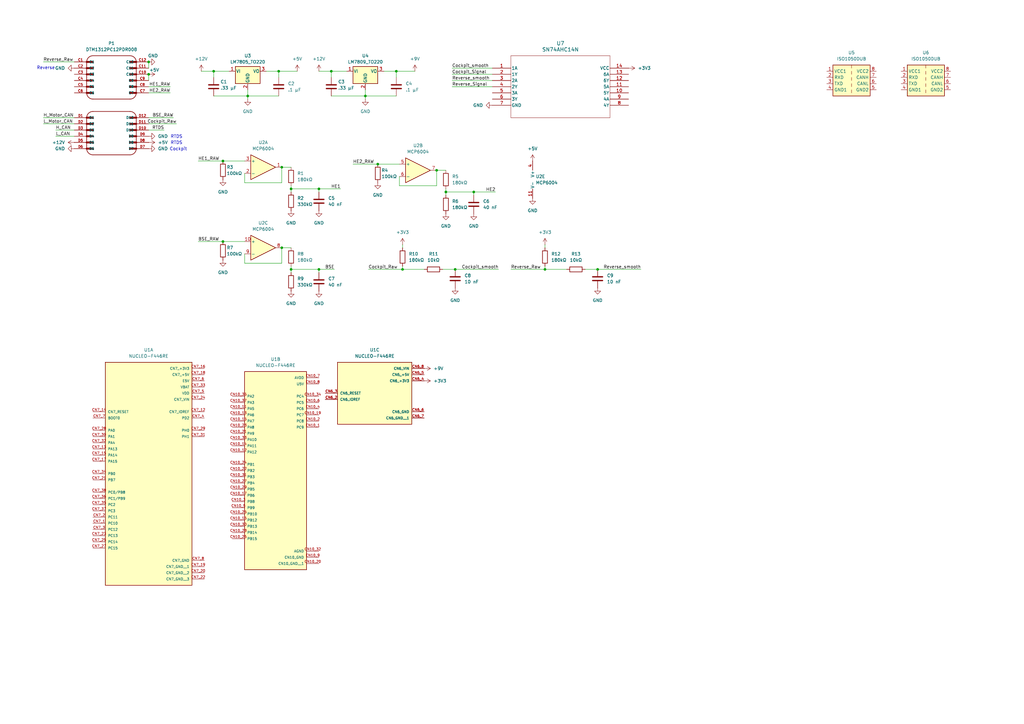
<source format=kicad_sch>
(kicad_sch (version 20231120) (generator "eeschema") (generator_version "8.0")
  (paper "A3")
  (lib_symbols
    (symbol "Amplifier_Operational:MCP6004" (pin_names (offset 0.127))
      (property "Reference" "U" (at 0 5.08 0))
      (property "Value" "MCP6004" (at 0 -5.08 0))
      (symbol "MCP6004_1_1"
        (polyline (pts (xy -5.08 5.08) (xy 5.08 0) (xy -5.08 -5.08) (xy -5.08 5.08)) (stroke (width 0.254)) (fill (type background)))
        (pin output line (at 7.62 0 180) (length 2.54) (name "~") (number "1"))
        (pin input line (at -7.62 -2.54 0) (length 2.54) (name "-") (number "2"))
        (pin input line (at -7.62 2.54 0) (length 2.54) (name "+") (number "3"))
      )
      (symbol "MCP6004_2_1"
        (polyline (pts (xy -5.08 5.08) (xy 5.08 0) (xy -5.08 -5.08) (xy -5.08 5.08)) (stroke (width 0.254)) (fill (type background)))
        (pin input line (at -7.62 2.54 0) (length 2.54) (name "+") (number "5"))
        (pin input line (at -7.62 -2.54 0) (length 2.54) (name "-") (number "6"))
        (pin output line (at 7.62 0 180) (length 2.54) (name "~") (number "7"))
      )
      (symbol "MCP6004_3_1"
        (polyline (pts (xy -5.08 5.08) (xy 5.08 0) (xy -5.08 -5.08) (xy -5.08 5.08)) (stroke (width 0.254)) (fill (type background)))
        (pin input line (at -7.62 2.54 0) (length 2.54) (name "+") (number "10"))
        (pin output line (at 7.62 0 180) (length 2.54) (name "~") (number "8"))
        (pin input line (at -7.62 -2.54 0) (length 2.54) (name "-") (number "9"))
      )
      (symbol "MCP6004_4_1"
        (polyline (pts (xy -5.08 5.08) (xy 5.08 0) (xy -5.08 -5.08) (xy -5.08 5.08)) (stroke (width 0.254)) (fill (type background)))
        (pin input line (at -7.62 2.54 0) (length 2.54) (name "+") (number "12"))
        (pin input line (at -7.62 -2.54 0) (length 2.54) (name "-") (number "13"))
        (pin output line (at 7.62 0 180) (length 2.54) (name "~") (number "14"))
      )
      (symbol "MCP6004_5_1"
        (pin power_in line (at -2.54 -7.62 90) (length 3.81) (name "V-") (number "11"))
        (pin power_in line (at -2.54 7.62 270) (length 3.81) (name "V+") (number "4"))
      )
    )
    (symbol "Device:C" (pin_numbers hide) (pin_names (offset 0.254))
      (property "Reference" "C" (at 0.635 2.54 0))
      (property "Value" "C" (at 0.635 -2.54 0))
      (symbol "C_0_1"
        (polyline (pts (xy -2.032 -0.762) (xy 2.032 -0.762)) (stroke (width 0.508)))
        (polyline (pts (xy -2.032 0.762) (xy 2.032 0.762)) (stroke (width 0.508)))
      )
      (symbol "C_1_1"
        (pin passive line (at 0 3.81 270) (length 2.794) (name "~") (number "1"))
        (pin passive line (at 0 -3.81 90) (length 2.794) (name "~") (number "2"))
      )
    )
    (symbol "Device:R" (pin_numbers hide) (pin_names (offset 0))
      (property "Reference" "R" (at 2.032 0 90))
      (property "Value" "R" (at 0 0 90))
      (symbol "R_0_1"
        (rectangle (start -1.016 -2.54) (end 1.016 2.54) (stroke (width 0.254)))
      )
      (symbol "R_1_1"
        (pin passive line (at 0 3.81 270) (length 1.27) (name "~") (number "1"))
        (pin passive line (at 0 -3.81 90) (length 1.27) (name "~") (number "2"))
      )
    )
    (symbol "FS_3_Global_Symbol_Library:DTM1312PC12PDR008" (pin_names (offset 1.016))
      (property "Reference" "P" (at -10.1854 20.3708 0))
      (property "Value" "DTM1312PC12PDR008" (at -10.1854 -22.8854 0))
      (symbol "DTM1312PC12PDR008_0_0"
        (arc (start -10.16 -17.78) (mid -9.4161 -19.5761) (end -7.62 -20.32) (stroke (width 0.254)))
        (arc (start -10.16 5.08) (mid -9.4161 3.2839) (end -7.62 2.54) (stroke (width 0.254)))
        (arc (start -7.62 -2.54) (mid -9.4161 -3.2839) (end -10.16 -5.08) (stroke (width 0.254)))
        (arc (start -7.62 20.32) (mid -9.4161 19.5761) (end -10.16 17.78) (stroke (width 0.254)))
        (polyline (pts (xy -10.16 -17.78) (xy -10.16 -15.24)) (stroke (width 0.254)))
        (polyline (pts (xy -10.16 -17.78) (xy -7.62 -17.78)) (stroke (width 0.762)))
        (polyline (pts (xy -10.16 -15.24) (xy -10.16 -12.7)) (stroke (width 0.254)))
        (polyline (pts (xy -10.16 -15.24) (xy -7.62 -15.24)) (stroke (width 0.762)))
        (polyline (pts (xy -10.16 -12.7) (xy -10.16 -10.16)) (stroke (width 0.254)))
        (polyline (pts (xy -10.16 -12.7) (xy -7.62 -12.7)) (stroke (width 0.762)))
        (polyline (pts (xy -10.16 -10.16) (xy -10.16 -7.62)) (stroke (width 0.254)))
        (polyline (pts (xy -10.16 -10.16) (xy -7.62 -10.16)) (stroke (width 0.762)))
        (polyline (pts (xy -10.16 -7.62) (xy -10.16 -5.08)) (stroke (width 0.254)))
        (polyline (pts (xy -10.16 -7.62) (xy -7.62 -7.62)) (stroke (width 0.762)))
        (polyline (pts (xy -10.16 -5.08) (xy -7.62 -5.08)) (stroke (width 0.762)))
        (polyline (pts (xy -10.16 5.08) (xy -10.16 7.62)) (stroke (width 0.254)))
        (polyline (pts (xy -10.16 5.08) (xy -7.62 5.08)) (stroke (width 0.762)))
        (polyline (pts (xy -10.16 7.62) (xy -10.16 10.16)) (stroke (width 0.254)))
        (polyline (pts (xy -10.16 7.62) (xy -7.62 7.62)) (stroke (width 0.762)))
        (polyline (pts (xy -10.16 10.16) (xy -10.16 12.7)) (stroke (width 0.254)))
        (polyline (pts (xy -10.16 10.16) (xy -7.62 10.16)) (stroke (width 0.762)))
        (polyline (pts (xy -10.16 12.7) (xy -10.16 15.24)) (stroke (width 0.254)))
        (polyline (pts (xy -10.16 12.7) (xy -7.62 12.7)) (stroke (width 0.762)))
        (polyline (pts (xy -10.16 15.24) (xy -10.16 17.78)) (stroke (width 0.254)))
        (polyline (pts (xy -10.16 15.24) (xy -7.62 15.24)) (stroke (width 0.762)))
        (polyline (pts (xy -10.16 17.78) (xy -7.62 17.78)) (stroke (width 0.762)))
        (polyline (pts (xy -7.62 -2.54) (xy 7.62 -2.54)) (stroke (width 0.254)))
        (polyline (pts (xy -7.62 20.32) (xy 7.62 20.32)) (stroke (width 0.254)))
        (polyline (pts (xy 7.62 -20.32) (xy -7.62 -20.32)) (stroke (width 0.254)))
        (polyline (pts (xy 7.62 -17.78) (xy 10.16 -17.78)) (stroke (width 0.762)))
        (polyline (pts (xy 7.62 -15.24) (xy 10.16 -15.24)) (stroke (width 0.762)))
        (polyline (pts (xy 7.62 -12.7) (xy 10.16 -12.7)) (stroke (width 0.762)))
        (polyline (pts (xy 7.62 -10.16) (xy 10.16 -10.16)) (stroke (width 0.762)))
        (polyline (pts (xy 7.62 -7.62) (xy 10.16 -7.62)) (stroke (width 0.762)))
        (polyline (pts (xy 7.62 -5.08) (xy 10.16 -5.08)) (stroke (width 0.762)))
        (polyline (pts (xy 7.62 2.54) (xy -7.62 2.54)) (stroke (width 0.254)))
        (polyline (pts (xy 7.62 5.08) (xy 10.16 5.08)) (stroke (width 0.762)))
        (polyline (pts (xy 7.62 7.62) (xy 10.16 7.62)) (stroke (width 0.762)))
        (polyline (pts (xy 7.62 10.16) (xy 10.16 10.16)) (stroke (width 0.762)))
        (polyline (pts (xy 7.62 12.7) (xy 10.16 12.7)) (stroke (width 0.762)))
        (polyline (pts (xy 7.62 15.24) (xy 10.16 15.24)) (stroke (width 0.762)))
        (polyline (pts (xy 7.62 17.78) (xy 10.16 17.78)) (stroke (width 0.762)))
        (polyline (pts (xy 10.16 -5.08) (xy 10.16 -17.78)) (stroke (width 0.254)))
        (polyline (pts (xy 10.16 17.78) (xy 10.16 5.08)) (stroke (width 0.254)))
        (arc (start 7.62 -20.32) (mid 9.4161 -19.5761) (end 10.16 -17.78) (stroke (width 0.254)))
        (arc (start 7.62 2.54) (mid 9.4161 3.2839) (end 10.16 5.08) (stroke (width 0.254)))
        (arc (start 10.16 -5.08) (mid 9.4161 -3.2839) (end 7.62 -2.54) (stroke (width 0.254)))
        (arc (start 10.16 17.78) (mid 9.4161 19.5761) (end 7.62 20.32) (stroke (width 0.254)))
        (pin passive line (at -15.24 17.78 0) (length 5.08) (name "C1") (number "C1"))
        (pin passive line (at 15.24 12.7 180) (length 5.08) (name "C10") (number "C10"))
        (pin passive line (at 15.24 15.24 180) (length 5.08) (name "C11") (number "C11"))
        (pin passive line (at 15.24 17.78 180) (length 5.08) (name "C12") (number "C12"))
        (pin passive line (at -15.24 15.24 0) (length 5.08) (name "C2") (number "C2"))
        (pin passive line (at -15.24 12.7 0) (length 5.08) (name "C3") (number "C3"))
        (pin passive line (at -15.24 10.16 0) (length 5.08) (name "C4") (number "C4"))
        (pin passive line (at -15.24 7.62 0) (length 5.08) (name "C5") (number "C5"))
        (pin passive line (at -15.24 5.08 0) (length 5.08) (name "C6") (number "C6"))
        (pin passive line (at 15.24 5.08 180) (length 5.08) (name "C7") (number "C7"))
        (pin passive line (at 15.24 7.62 180) (length 5.08) (name "C8") (number "C8"))
        (pin passive line (at 15.24 10.16 180) (length 5.08) (name "C9") (number "C9"))
        (pin passive line (at -15.24 -5.08 0) (length 5.08) (name "D1") (number "D1"))
        (pin passive line (at 15.24 -10.16 180) (length 5.08) (name "D10") (number "D10"))
        (pin passive line (at 15.24 -7.62 180) (length 5.08) (name "D11") (number "D11"))
        (pin passive line (at 15.24 -5.08 180) (length 5.08) (name "D12") (number "D12"))
        (pin passive line (at -15.24 -7.62 0) (length 5.08) (name "D2") (number "D2"))
        (pin passive line (at -15.24 -10.16 0) (length 5.08) (name "D3") (number "D3"))
        (pin passive line (at -15.24 -12.7 0) (length 5.08) (name "D4") (number "D4"))
        (pin passive line (at -15.24 -15.24 0) (length 5.08) (name "D5") (number "D5"))
        (pin passive line (at -15.24 -17.78 0) (length 5.08) (name "D6") (number "D6"))
        (pin passive line (at 15.24 -17.78 180) (length 5.08) (name "D7") (number "D7"))
        (pin passive line (at 15.24 -15.24 180) (length 5.08) (name "D8") (number "D8"))
        (pin passive line (at 15.24 -12.7 180) (length 5.08) (name "D9") (number "D9"))
      )
    )
    (symbol "FS_3_Global_Symbol_Library:NUCLEO-F446RE" (pin_names (offset 1.016))
      (property "Reference" "U" (at -17.78 41.91 0))
      (property "Value" "NUCLEO-F446RE" (at -17.78 -52.07 0))
      (symbol "NUCLEO-F446RE_1_0"
        (rectangle (start -17.78 -50.8) (end 17.78 40.64) (stroke (width 0.254)) (fill (type background)))
        (pin bidirectional line (at -22.86 -25.4 0) (length 5.08) (name "PC10") (number "CN7_1"))
        (pin bidirectional line (at 22.86 20.32 180) (length 5.08) (name "CN7_IOREF") (number "CN7_12"))
        (pin bidirectional line (at -22.86 5.08 0) (length 5.08) (name "PA13") (number "CN7_13"))
        (pin bidirectional line (at -22.86 20.32 0) (length 5.08) (name "CN7_RESET") (number "CN7_14"))
        (pin bidirectional line (at -22.86 2.54 0) (length 5.08) (name "PA14") (number "CN7_15"))
        (pin power_in line (at 22.86 38.1 180) (length 5.08) (name "CN7_+3V3") (number "CN7_16"))
        (pin bidirectional line (at -22.86 0 0) (length 5.08) (name "PA15") (number "CN7_17"))
        (pin power_in line (at 22.86 35.56 180) (length 5.08) (name "CN7_+5V") (number "CN7_18"))
        (pin power_in line (at 22.86 -43.18 180) (length 5.08) (name "CN7_GND__1") (number "CN7_19"))
        (pin bidirectional line (at -22.86 -22.86 0) (length 5.08) (name "PC11") (number "CN7_2"))
        (pin power_in line (at 22.86 -45.72 180) (length 5.08) (name "CN7_GND__2") (number "CN7_20"))
        (pin bidirectional line (at -22.86 -7.62 0) (length 5.08) (name "PB7") (number "CN7_21"))
        (pin power_in line (at 22.86 -48.26 180) (length 5.08) (name "CN7_GND__3") (number "CN7_22"))
        (pin bidirectional line (at -22.86 -30.48 0) (length 5.08) (name "PC13") (number "CN7_23"))
        (pin power_in line (at 22.86 25.4 180) (length 5.08) (name "CN7_VIN") (number "CN7_24"))
        (pin bidirectional line (at -22.86 -33.02 0) (length 5.08) (name "PC14") (number "CN7_25"))
        (pin bidirectional line (at -22.86 -35.56 0) (length 5.08) (name "PC15") (number "CN7_27"))
        (pin bidirectional line (at -22.86 12.7 0) (length 5.08) (name "PA0") (number "CN7_28"))
        (pin bidirectional line (at 22.86 12.7 180) (length 5.08) (name "PH0") (number "CN7_29"))
        (pin bidirectional line (at -22.86 -27.94 0) (length 5.08) (name "PC12") (number "CN7_3"))
        (pin bidirectional line (at -22.86 10.16 0) (length 5.08) (name "PA1") (number "CN7_30"))
        (pin bidirectional line (at 22.86 10.16 180) (length 5.08) (name "PH1") (number "CN7_31"))
        (pin bidirectional line (at -22.86 7.62 0) (length 5.08) (name "PA4") (number "CN7_32"))
        (pin power_in line (at 22.86 30.48 180) (length 5.08) (name "VBAT") (number "CN7_33"))
        (pin bidirectional line (at -22.86 -5.08 0) (length 5.08) (name "PB0") (number "CN7_34"))
        (pin bidirectional line (at -22.86 -17.78 0) (length 5.08) (name "PC2") (number "CN7_35"))
        (pin bidirectional line (at -22.86 -15.24 0) (length 5.08) (name "PC1/PB9") (number "CN7_36"))
        (pin bidirectional line (at -22.86 -20.32 0) (length 5.08) (name "PC3") (number "CN7_37"))
        (pin bidirectional line (at -22.86 -12.7 0) (length 5.08) (name "PC0/PB8") (number "CN7_38"))
        (pin bidirectional line (at 22.86 17.78 180) (length 5.08) (name "PD2") (number "CN7_4"))
        (pin power_in line (at 22.86 27.94 180) (length 5.08) (name "VDD") (number "CN7_5"))
        (pin power_in line (at 22.86 33.02 180) (length 5.08) (name "E5V") (number "CN7_6"))
        (pin bidirectional line (at -22.86 17.78 0) (length 5.08) (name "BOOT0") (number "CN7_7"))
        (pin power_in line (at 22.86 -40.64 180) (length 5.08) (name "CN7_GND") (number "CN7_8"))
      )
      (symbol "NUCLEO-F446RE_2_0"
        (rectangle (start -12.7 -43.18) (end 12.7 38.1) (stroke (width 0.254)) (fill (type background)))
        (pin bidirectional line (at 17.78 15.24 180) (length 5.08) (name "PC9") (number "CN10_1"))
        (pin bidirectional line (at -17.78 22.86 0) (length 5.08) (name "PA5") (number "CN10_11"))
        (pin bidirectional line (at -17.78 5.08 0) (length 5.08) (name "PA12") (number "CN10_12"))
        (pin bidirectional line (at -17.78 20.32 0) (length 5.08) (name "PA6") (number "CN10_13"))
        (pin bidirectional line (at -17.78 7.62 0) (length 5.08) (name "PA11") (number "CN10_14"))
        (pin bidirectional line (at -17.78 17.78 0) (length 5.08) (name "PA7") (number "CN10_15"))
        (pin bidirectional line (at -17.78 -22.86 0) (length 5.08) (name "PB12") (number "CN10_16"))
        (pin bidirectional line (at -17.78 -12.7 0) (length 5.08) (name "PB6") (number "CN10_17"))
        (pin bidirectional line (at 17.78 20.32 180) (length 5.08) (name "PC7") (number "CN10_19"))
        (pin bidirectional line (at 17.78 17.78 180) (length 5.08) (name "PC8") (number "CN10_2"))
        (pin power_in line (at 17.78 -40.64 180) (length 5.08) (name "CN10_GND__1") (number "CN10_20"))
        (pin bidirectional line (at -17.78 12.7 0) (length 5.08) (name "PA9") (number "CN10_21"))
        (pin bidirectional line (at -17.78 -2.54 0) (length 5.08) (name "PB2") (number "CN10_22"))
        (pin bidirectional line (at -17.78 15.24 0) (length 5.08) (name "PA8") (number "CN10_23"))
        (pin bidirectional line (at -17.78 0 0) (length 5.08) (name "PB1") (number "CN10_24"))
        (pin bidirectional line (at -17.78 -20.32 0) (length 5.08) (name "PB10") (number "CN10_25"))
        (pin bidirectional line (at -17.78 -30.48 0) (length 5.08) (name "PB15") (number "CN10_26"))
        (pin bidirectional line (at -17.78 -7.62 0) (length 5.08) (name "PB4") (number "CN10_27"))
        (pin bidirectional line (at -17.78 -27.94 0) (length 5.08) (name "PB14") (number "CN10_28"))
        (pin bidirectional line (at -17.78 -10.16 0) (length 5.08) (name "PB5") (number "CN10_29"))
        (pin bidirectional line (at -17.78 -15.24 0) (length 5.08) (name "PB8") (number "CN10_3"))
        (pin bidirectional line (at -17.78 -25.4 0) (length 5.08) (name "PB13") (number "CN10_30"))
        (pin bidirectional line (at -17.78 -5.08 0) (length 5.08) (name "PB3") (number "CN10_31"))
        (pin power_in line (at 17.78 -35.56 180) (length 5.08) (name "AGND") (number "CN10_32"))
        (pin bidirectional line (at -17.78 10.16 0) (length 5.08) (name "PA10") (number "CN10_33"))
        (pin bidirectional line (at 17.78 27.94 180) (length 5.08) (name "PC4") (number "CN10_34"))
        (pin bidirectional line (at -17.78 27.94 0) (length 5.08) (name "PA2") (number "CN10_35"))
        (pin bidirectional line (at -17.78 25.4 0) (length 5.08) (name "PA3") (number "CN10_37"))
        (pin bidirectional line (at 17.78 22.86 180) (length 5.08) (name "PC6") (number "CN10_4"))
        (pin bidirectional line (at -17.78 -17.78 0) (length 5.08) (name "PB9") (number "CN10_5"))
        (pin bidirectional line (at 17.78 25.4 180) (length 5.08) (name "PC5") (number "CN10_6"))
        (pin power_in line (at 17.78 35.56 180) (length 5.08) (name "AVDD") (number "CN10_7"))
        (pin power_in line (at 17.78 33.02 180) (length 5.08) (name "U5V") (number "CN10_8"))
        (pin power_in line (at 17.78 -38.1 180) (length 5.08) (name "CN10_GND") (number "CN10_9"))
      )
      (symbol "NUCLEO-F446RE_3_0"
        (rectangle (start -15.24 -15.24) (end 15.24 10.16) (stroke (width 0.254)) (fill (type background)))
        (pin bidirectional line (at -20.32 -5.08 0) (length 5.08) (name "CN6_IOREF") (number "CN6_2"))
        (pin bidirectional line (at -20.32 -2.54 0) (length 5.08) (name "CN6_RESET") (number "CN6_3"))
        (pin power_in line (at 20.32 2.54 180) (length 5.08) (name "CN6_+3V3") (number "CN6_4"))
        (pin power_in line (at 20.32 5.08 180) (length 5.08) (name "CN6_+5V") (number "CN6_5"))
        (pin power_in line (at 20.32 -10.16 180) (length 5.08) (name "CN6_GND") (number "CN6_6"))
        (pin power_in line (at 20.32 -12.7 180) (length 5.08) (name "CN6_GND__1") (number "CN6_7"))
        (pin power_in line (at 20.32 7.62 180) (length 5.08) (name "CN6_VIN") (number "CN6_8"))
      )
      (symbol "NUCLEO-F446RE_4_0"
        (rectangle (start -5.08 -12.7) (end 5.08 12.7) (stroke (width 0.254)) (fill (type background)))
        (pin input line (at -10.16 10.16 0) (length 5.08) (name "D0") (number "CN9_1"))
        (pin output line (at -10.16 7.62 0) (length 5.08) (name "D1") (number "CN9_2"))
        (pin bidirectional line (at -10.16 2.54 0) (length 5.08) (name "D2") (number "CN9_3"))
        (pin bidirectional line (at -10.16 0 0) (length 5.08) (name "D3") (number "CN9_4"))
        (pin bidirectional line (at -10.16 -2.54 0) (length 5.08) (name "D4") (number "CN9_5"))
        (pin bidirectional line (at -10.16 -5.08 0) (length 5.08) (name "D5") (number "CN9_6"))
        (pin bidirectional line (at -10.16 -7.62 0) (length 5.08) (name "D6") (number "CN9_7"))
        (pin bidirectional line (at -10.16 -10.16 0) (length 5.08) (name "D7") (number "CN9_8"))
      )
      (symbol "NUCLEO-F446RE_5_0"
        (rectangle (start -5.08 -10.16) (end 5.08 7.62) (stroke (width 0.254)) (fill (type background)))
        (pin input line (at -10.16 5.08 0) (length 5.08) (name "A0") (number "CN8_1"))
        (pin input line (at -10.16 2.54 0) (length 5.08) (name "A1") (number "CN8_2"))
        (pin input line (at -10.16 0 0) (length 5.08) (name "A2") (number "CN8_3"))
        (pin input line (at -10.16 -2.54 0) (length 5.08) (name "A3") (number "CN8_4"))
        (pin input line (at -10.16 -5.08 0) (length 5.08) (name "A4") (number "CN8_5"))
        (pin input line (at -10.16 -7.62 0) (length 5.08) (name "A5") (number "CN8_6"))
      )
      (symbol "NUCLEO-F446RE_6_0"
        (rectangle (start -10.16 -17.78) (end 10.16 15.24) (stroke (width 0.254)) (fill (type background)))
        (pin bidirectional line (at -15.24 7.62 0) (length 5.08) (name "D8") (number "CN5_1"))
        (pin bidirectional clock (at -15.24 -10.16 0) (length 5.08) (name "D15") (number "CN5_10"))
        (pin bidirectional line (at -15.24 5.08 0) (length 5.08) (name "D9") (number "CN5_2"))
        (pin bidirectional line (at -15.24 2.54 0) (length 5.08) (name "D10") (number "CN5_3"))
        (pin bidirectional line (at -15.24 0 0) (length 5.08) (name "D11") (number "CN5_4"))
        (pin bidirectional line (at -15.24 -2.54 0) (length 5.08) (name "D12") (number "CN5_5"))
        (pin bidirectional clock (at -15.24 -5.08 0) (length 5.08) (name "D13") (number "CN5_6"))
        (pin power_in line (at 15.24 -15.24 180) (length 5.08) (name "CN5_GND") (number "CN5_7"))
        (pin power_in line (at 15.24 12.7 180) (length 5.08) (name "AREF") (number "CN5_8"))
        (pin bidirectional line (at -15.24 -7.62 0) (length 5.08) (name "D14") (number "CN5_9"))
      )
    )
    (symbol "FS_3_Global_Symbol_Library:SN74AHC14N" (pin_names (offset 0.254))
      (property "Reference" "U" (at 27.94 10.16 0))
      (property "Value" "SN74AHC14N" (at 27.94 7.62 0))
      (symbol "SN74AHC14N_0_1"
        (polyline (pts (xy 7.62 -20.32) (xy 48.26 -20.32)) (stroke (width 0.127)))
        (polyline (pts (xy 7.62 5.08) (xy 7.62 -20.32)) (stroke (width 0.127)))
        (polyline (pts (xy 48.26 -20.32) (xy 48.26 5.08)) (stroke (width 0.127)))
        (polyline (pts (xy 48.26 5.08) (xy 7.62 5.08)) (stroke (width 0.127)))
        (pin input line (at 0 0 0) (length 7.62) (name "1A") (number "1"))
        (pin output line (at 55.88 -10.16 180) (length 7.62) (name "5Y") (number "10"))
        (pin input line (at 55.88 -7.62 180) (length 7.62) (name "5A") (number "11"))
        (pin output line (at 55.88 -5.08 180) (length 7.62) (name "6Y") (number "12"))
        (pin input line (at 55.88 -2.54 180) (length 7.62) (name "6A") (number "13"))
        (pin power_in line (at 55.88 0 180) (length 7.62) (name "VCC") (number "14"))
        (pin output line (at 0 -2.54 0) (length 7.62) (name "1Y") (number "2"))
        (pin input line (at 0 -5.08 0) (length 7.62) (name "2A") (number "3"))
        (pin output line (at 0 -7.62 0) (length 7.62) (name "2Y") (number "4"))
        (pin input line (at 0 -10.16 0) (length 7.62) (name "3A") (number "5"))
        (pin output line (at 0 -12.7 0) (length 7.62) (name "3Y") (number "6"))
        (pin power_in line (at 0 -15.24 0) (length 7.62) (name "GND") (number "7"))
        (pin output line (at 55.88 -15.24 180) (length 7.62) (name "4Y") (number "8"))
        (pin input line (at 55.88 -12.7 180) (length 7.62) (name "4A") (number "9"))
      )
    )
    (symbol "Interface_CAN_LIN:ISO1050DUB"
      (property "Reference" "U" (at -6.35 6.35 0))
      (property "Value" "ISO1050DUB" (at 2.54 6.35 0))
      (symbol "ISO1050DUB_0_1"
        (rectangle (start -7.62 5.08) (end 7.62 -7.62) (stroke (width 0.254)) (fill (type background)))
        (polyline (pts (xy 0 -5.08) (xy 0 -6.35)))
        (polyline (pts (xy 0 -2.54) (xy 0 -3.81)))
        (polyline (pts (xy 0 0) (xy 0 -1.27)))
        (polyline (pts (xy 0 2.54) (xy 0 1.27)))
        (polyline (pts (xy 0 5.08) (xy 0 3.81)))
      )
      (symbol "ISO1050DUB_1_1"
        (pin power_in line (at -10.16 2.54 0) (length 2.54) (name "VCC1") (number "1"))
        (pin output line (at -10.16 0 0) (length 2.54) (name "RXD") (number "2"))
        (pin input line (at -10.16 -2.54 0) (length 2.54) (name "TXD") (number "3"))
        (pin power_in line (at -10.16 -5.08 0) (length 2.54) (name "GND1") (number "4"))
        (pin power_in line (at 10.16 -5.08 180) (length 2.54) (name "GND2") (number "5"))
        (pin bidirectional line (at 10.16 -2.54 180) (length 2.54) (name "CANL") (number "6"))
        (pin bidirectional line (at 10.16 0 180) (length 2.54) (name "CANH") (number "7"))
        (pin power_in line (at 10.16 2.54 180) (length 2.54) (name "VCC2") (number "8"))
      )
    )
    (symbol "Regulator_Linear:LM7805_TO220" (pin_names (offset 0.254))
      (property "Reference" "U" (at -3.81 3.175 0))
      (property "Value" "LM7805_TO220" (at 0 3.175 0))
      (symbol "LM7805_TO220_0_1"
        (rectangle (start -5.08 1.905) (end 5.08 -5.08) (stroke (width 0.254)) (fill (type background)))
      )
      (symbol "LM7805_TO220_1_1"
        (pin power_in line (at -7.62 0 0) (length 2.54) (name "VI") (number "1"))
        (pin power_in line (at 0 -7.62 90) (length 2.54) (name "GND") (number "2"))
        (pin power_out line (at 7.62 0 180) (length 2.54) (name "VO") (number "3"))
      )
    )
    (symbol "Regulator_Linear:LM7809_TO220" (pin_names (offset 0.254))
      (property "Reference" "U" (at -3.81 3.175 0))
      (property "Value" "LM7809_TO220" (at 0 3.175 0))
      (symbol "LM7809_TO220_0_1"
        (rectangle (start -5.08 1.905) (end 5.08 -5.08) (stroke (width 0.254)) (fill (type background)))
      )
      (symbol "LM7809_TO220_1_1"
        (pin power_in line (at -7.62 0 0) (length 2.54) (name "VI") (number "1"))
        (pin power_in line (at 0 -7.62 90) (length 2.54) (name "GND") (number "2"))
        (pin power_out line (at 7.62 0 180) (length 2.54) (name "VO") (number "3"))
      )
    )
    (symbol "power:+12V" (power) (pin_numbers hide) (pin_names (offset 0) hide)
      (property "Value" "+12V" (at 0 3.556 0))
      (symbol "+12V_0_1"
        (polyline (pts (xy -0.762 1.27) (xy 0 2.54)))
        (polyline (pts (xy 0 0) (xy 0 2.54)))
        (polyline (pts (xy 0 2.54) (xy 0.762 1.27)))
      )
      (symbol "+12V_1_1"
        (pin power_in line (at 0 0 90) (length 0) (name "~") (number "1"))
      )
    )
    (symbol "power:+3V3" (power) (pin_numbers hide) (pin_names (offset 0) hide)
      (property "Value" "+3V3" (at 0 3.556 0))
      (symbol "+3V3_0_1"
        (polyline (pts (xy -0.762 1.27) (xy 0 2.54)))
        (polyline (pts (xy 0 0) (xy 0 2.54)))
        (polyline (pts (xy 0 2.54) (xy 0.762 1.27)))
      )
      (symbol "+3V3_1_1"
        (pin power_in line (at 0 0 90) (length 0) (name "~") (number "1"))
      )
    )
    (symbol "power:+5V" (power) (pin_numbers hide) (pin_names (offset 0) hide)
      (property "Value" "+5V" (at 0 3.556 0))
      (symbol "+5V_0_1"
        (polyline (pts (xy -0.762 1.27) (xy 0 2.54)))
        (polyline (pts (xy 0 0) (xy 0 2.54)))
        (polyline (pts (xy 0 2.54) (xy 0.762 1.27)))
      )
      (symbol "+5V_1_1"
        (pin power_in line (at 0 0 90) (length 0) (name "~") (number "1"))
      )
    )
    (symbol "power:+9V" (power) (pin_numbers hide) (pin_names (offset 0) hide)
      (property "Value" "+9V" (at 0 3.556 0))
      (symbol "+9V_0_1"
        (polyline (pts (xy -0.762 1.27) (xy 0 2.54)))
        (polyline (pts (xy 0 0) (xy 0 2.54)))
        (polyline (pts (xy 0 2.54) (xy 0.762 1.27)))
      )
      (symbol "+9V_1_1"
        (pin power_in line (at 0 0 90) (length 0) (name "~") (number "1"))
      )
    )
    (symbol "power:GND" (power) (pin_numbers hide) (pin_names (offset 0) hide)
      (property "Value" "GND" (at 0 -3.81 0))
      (symbol "GND_0_1"
        (polyline (pts (xy 0 0) (xy 0 -1.27) (xy 1.27 -1.27) (xy 0 -2.54) (xy -1.27 -1.27) (xy 0 -1.27)))
      )
      (symbol "GND_1_1"
        (pin power_in line (at 0 0 270) (length 0) (name "~") (number "1"))
      )
    )
  )
  (junction (at 149.86 39.37))
  (junction (at 179.07 69.85))
  (junction (at 245.11 110.49))
  (junction (at 115.57 68.58))
  (junction (at 154.94 67.31))
  (junction (at 130.81 110.49))
  (junction (at 91.44 99.06))
  (junction (at 165.1 110.49))
  (junction (at 101.6 39.37))
  (junction (at 223.52 110.49))
  (junction (at 114.3 29.21))
  (junction (at 135.89 29.21))
  (junction (at 119.38 77.47))
  (junction (at 87.63 29.21))
  (junction (at 186.69 110.49))
  (junction (at 60.96 25.4))
  (junction (at 130.81 77.47))
  (junction (at 182.88 78.74))
  (junction (at 115.57 101.6))
  (junction (at 194.31 78.74))
  (junction (at 60.96 30.48))
  (junction (at 119.38 110.49))
  (junction (at 91.44 66.04))
  (junction (at 162.56 29.21))
  (wire (pts (xy 149.86 39.37) (xy 149.86 40.64)))
  (wire (pts (xy 87.63 39.37) (xy 101.6 39.37)))
  (wire (pts (xy 60.96 48.26) (xy 71.12 48.26)))
  (wire (pts (xy 245.11 110.49) (xy 262.89 110.49)))
  (wire (pts (xy 100.33 74.93) (xy 115.57 74.93)))
  (wire (pts (xy 163.83 72.39) (xy 163.83 76.2)))
  (wire (pts (xy 119.38 110.49) (xy 130.81 110.49)))
  (wire (pts (xy 60.96 53.34) (xy 67.31 53.34)))
  (wire (pts (xy 101.6 36.83) (xy 101.6 39.37)))
  (wire (pts (xy 100.33 71.12) (xy 100.33 74.93)))
  (wire (pts (xy 60.96 50.8) (xy 72.39 50.8)))
  (wire (pts (xy 165.1 110.49) (xy 173.99 110.49)))
  (wire (pts (xy 114.3 29.21) (xy 114.3 31.75)))
  (wire (pts (xy 60.96 25.4) (xy 60.96 27.94)))
  (wire (pts (xy 82.55 29.21) (xy 87.63 29.21)))
  (wire (pts (xy 135.89 29.21) (xy 135.89 31.75)))
  (wire (pts (xy 185.42 27.94) (xy 201.93 27.94)))
  (wire (pts (xy 194.31 78.74) (xy 194.31 80.01)))
  (wire (pts (xy 165.1 100.33) (xy 165.1 101.6)))
  (wire (pts (xy 154.94 67.31) (xy 163.83 67.31)))
  (wire (pts (xy 101.6 39.37) (xy 101.6 40.64)))
  (wire (pts (xy 144.78 67.31) (xy 154.94 67.31)))
  (wire (pts (xy 115.57 74.93) (xy 115.57 68.58)))
  (wire (pts (xy 60.96 35.56) (xy 69.85 35.56)))
  (wire (pts (xy 179.07 76.2) (xy 179.07 69.85)))
  (wire (pts (xy 119.38 109.22) (xy 119.38 110.49)))
  (wire (pts (xy 115.57 68.58) (xy 119.38 68.58)))
  (wire (pts (xy 223.52 100.33) (xy 223.52 101.6)))
  (wire (pts (xy 130.81 77.47) (xy 130.81 78.74)))
  (wire (pts (xy 223.52 109.22) (xy 223.52 110.49)))
  (wire (pts (xy 186.69 110.49) (xy 204.47 110.49)))
  (wire (pts (xy 163.83 76.2) (xy 179.07 76.2)))
  (wire (pts (xy 119.38 77.47) (xy 130.81 77.47)))
  (wire (pts (xy 115.57 107.95) (xy 115.57 101.6)))
  (wire (pts (xy 240.03 110.49) (xy 245.11 110.49)))
  (wire (pts (xy 165.1 109.22) (xy 165.1 110.49)))
  (wire (pts (xy 81.28 66.04) (xy 91.44 66.04)))
  (wire (pts (xy 87.63 29.21) (xy 93.98 29.21)))
  (wire (pts (xy 135.89 39.37) (xy 149.86 39.37)))
  (wire (pts (xy 130.81 29.21) (xy 135.89 29.21)))
  (wire (pts (xy 182.88 78.74) (xy 194.31 78.74)))
  (wire (pts (xy 185.42 35.56) (xy 201.93 35.56)))
  (wire (pts (xy 151.13 110.49) (xy 165.1 110.49)))
  (wire (pts (xy 135.89 29.21) (xy 142.24 29.21)))
  (wire (pts (xy 181.61 110.49) (xy 186.69 110.49)))
  (wire (pts (xy 194.31 78.74) (xy 203.2 78.74)))
  (wire (pts (xy 17.78 50.8) (xy 30.48 50.8)))
  (wire (pts (xy 179.07 69.85) (xy 182.88 69.85)))
  (wire (pts (xy 115.57 101.6) (xy 119.38 101.6)))
  (wire (pts (xy 162.56 29.21) (xy 170.18 29.21)))
  (wire (pts (xy 209.55 110.49) (xy 223.52 110.49)))
  (wire (pts (xy 100.33 107.95) (xy 115.57 107.95)))
  (wire (pts (xy 60.96 30.48) (xy 60.96 33.02)))
  (wire (pts (xy 60.96 38.1) (xy 69.85 38.1)))
  (wire (pts (xy 119.38 76.2) (xy 119.38 77.47)))
  (wire (pts (xy 109.22 29.21) (xy 114.3 29.21)))
  (wire (pts (xy 114.3 29.21) (xy 121.92 29.21)))
  (wire (pts (xy 17.78 25.4) (xy 30.48 25.4)))
  (wire (pts (xy 91.44 99.06) (xy 100.33 99.06)))
  (wire (pts (xy 130.81 110.49) (xy 130.81 111.76)))
  (wire (pts (xy 149.86 39.37) (xy 162.56 39.37)))
  (wire (pts (xy 157.48 29.21) (xy 162.56 29.21)))
  (wire (pts (xy 182.88 77.47) (xy 182.88 78.74)))
  (wire (pts (xy 100.33 104.14) (xy 100.33 107.95)))
  (wire (pts (xy 130.81 77.47) (xy 139.7 77.47)))
  (wire (pts (xy 119.38 77.47) (xy 119.38 78.74)))
  (wire (pts (xy 22.86 53.34) (xy 30.48 53.34)))
  (wire (pts (xy 91.44 66.04) (xy 100.33 66.04)))
  (wire (pts (xy 101.6 39.37) (xy 114.3 39.37)))
  (wire (pts (xy 87.63 29.21) (xy 87.63 31.75)))
  (wire (pts (xy 185.42 30.48) (xy 201.93 30.48)))
  (wire (pts (xy 119.38 110.49) (xy 119.38 111.76)))
  (wire (pts (xy 17.78 48.26) (xy 30.48 48.26)))
  (wire (pts (xy 223.52 110.49) (xy 232.41 110.49)))
  (wire (pts (xy 130.81 110.49) (xy 137.16 110.49)))
  (wire (pts (xy 162.56 29.21) (xy 162.56 31.75)))
  (wire (pts (xy 81.28 99.06) (xy 91.44 99.06)))
  (wire (pts (xy 185.42 33.02) (xy 201.93 33.02)))
  (wire (pts (xy 22.86 55.88) (xy 30.48 55.88)))
  (wire (pts (xy 182.88 78.74) (xy 182.88 80.01)))
  (wire (pts (xy 149.86 36.83) (xy 149.86 39.37)))
  (text "RTDS" (at 72.39 58.674 0) (effects (font (size 1.27 1.27))))
  (text "Cockpit" (at 73.152 61.214 0) (effects (font (size 1.27 1.27))))
  (text "Reverse" (at 18.796 27.94 0) (effects (font (size 1.27 1.27))))
  (text "RTDS" (at 72.39 56.134 0) (effects (font (size 1.27 1.27))))
  (label "BSE" (at 137.16 110.49 180))
  (label "HE2_RAW" (at 69.85 38.1 180))
  (label "Cockpit_Raw" (at 72.39 50.8 180))
  (label "Reverse_Raw" (at 17.78 25.4 0))
  (label "L_Motor_CAN" (at 17.78 50.8 0))
  (label "Reverse_smooth" (at 185.42 33.02 0))
  (label "Cockpit_smooth" (at 185.42 27.94 0))
  (label "L_CAN" (at 22.86 55.88 0))
  (label "H_CAN" (at 22.86 53.34 0))
  (label "Reverse_Raw" (at 209.55 110.49 0))
  (label "RTDS" (at 67.31 53.34 180))
  (label "BSE_RAW" (at 71.12 48.26 180))
  (label "H_Motor_CAN" (at 17.78 48.26 0))
  (label "Reverse_smooth" (at 262.89 110.49 180))
  (label "HE1" (at 139.7 77.47 180))
  (label "HE2_RAW" (at 144.78 67.31 0))
  (label "Cockpit_smooth" (at 204.47 110.49 180))
  (label "BSE_RAW" (at 81.28 99.06 0))
  (label "HE2" (at 203.2 78.74 180))
  (label "Cockpit_Signal" (at 185.42 30.48 0))
  (label "HE1_RAW" (at 81.28 66.04 0))
  (label "Cockpit_Raw" (at 151.13 110.49 0))
  (label "HE1_RAW" (at 69.85 35.56 180))
  (label "Reverse_Signal" (at 185.42 35.56 0))
  (symbol (lib_id "power:GND") (at 201.93 43.18 270) (unit 1)
    (property "Reference" "#PWR028" (effects (hide yes)))
    (property "Value" "GND" (at 198.12 43.1799 90) (effects (justify right)))
    (property "Description" "Power symbol creates a global label with name \"GND\" , ground" (effects (hide yes)))
  )
  (symbol (lib_id "Amplifier_Operational:MCP6004") (at 171.45 69.85 0) (unit 2)
    (property "Reference" "U2" (at 171.45 59.69 0))
    (property "Value" "MCP6004" (at 171.45 62.23 0))
    (property "Datasheet" "http://ww1.microchip.com/downloads/en/DeviceDoc/21733j.pdf" (effects (hide yes)))
    (property "Description" "1MHz, Low-Power Op Amp, DIP-14/SOIC-14/TSSOP-14" (effects (hide yes)))
  )
  (symbol (lib_id "Device:C") (at 114.3 35.56 0) (unit 1)
    (property "Reference" "C2" (at 118.11 34.2899 0) (effects (justify left)))
    (property "Value" ".1 µF" (at 118.11 36.8299 0) (effects (justify left)))
    (property "Description" "Unpolarized capacitor" (effects (hide yes)))
  )
  (symbol (lib_id "FS_3_Global_Symbol_Library:DTM1312PC12PDR008") (at 45.72 43.18 0) (unit 1)
    (property "Reference" "P1" (at 45.72 17.78 0))
    (property "Value" "DTM1312PC12PDR008" (at 45.72 20.32 0))
    (property "Footprint" "TE_DTM1312PC12PDR008" (effects (hide yes)))
    (property "MANUFACTURER" "TE Connectivity" (effects (hide yes)))
  )
  (symbol (lib_id "Device:R") (at 223.52 105.41 0) (unit 1)
    (property "Reference" "R12" (at 226.06 104.14 0) (effects (justify left)))
    (property "Value" "180kΩ" (at 226.06 106.68 0) (effects (justify left)))
    (property "Footprint" "Resistor_SMD:R_0805_2012Metric_Pad1.20x1.40mm_HandSolder" (effects (hide yes)))
  )
  (symbol (lib_id "power:+9V") (at 173.99 151.13 270) (unit 1)
    (property "Reference" "#PWR024" (effects (hide yes)))
    (property "Value" "+9V" (at 177.8 151.1299 90) (effects (justify left)))
    (property "Description" "Power symbol creates a global label with name \"+9V\"" (effects (hide yes)))
  )
  (symbol (lib_id "power:+12V") (at 82.55 29.21 0) (unit 1)
    (property "Reference" "#PWR08" (effects (hide yes)))
    (property "Value" "+12V" (at 82.55 24.13 0))
    (property "Description" "Power symbol creates a global label with name \"+12V\"" (effects (hide yes)))
  )
  (symbol (lib_id "power:GND") (at 245.11 118.11 0) (unit 1)
    (property "Reference" "#PWR032" (effects (hide yes)))
    (property "Value" "GND" (at 245.11 123.19 0))
    (property "Description" "Power symbol creates a global label with name \"GND\" , ground" (effects (hide yes)))
  )
  (symbol (lib_id "power:GND") (at 130.81 119.38 0) (unit 1)
    (property "Reference" "#PWR023" (effects (hide yes)))
    (property "Value" "GND" (at 130.81 124.46 0))
  )
  (symbol (lib_id "power:+5V") (at 60.96 30.48 270) (unit 1)
    (property "Reference" "#PWR02" (effects (hide yes)))
    (property "Value" "+5V" (at 61.214 28.702 90) (effects (justify left)))
    (property "Description" "Power symbol creates a global label with name \"+5V\"" (effects (hide yes)))
  )
  (symbol (lib_id "power:GND") (at 91.44 106.68 0) (unit 1)
    (property "Reference" "#PWR021" (effects (hide yes)))
    (property "Value" "GND" (at 91.44 111.76 0))
  )
  (symbol (lib_id "power:GND") (at 119.38 119.38 0) (unit 1)
    (property "Reference" "#PWR022" (effects (hide yes)))
    (property "Value" "GND" (at 119.38 124.46 0))
  )
  (symbol (lib_id "power:GND") (at 91.44 73.66 0) (unit 1)
    (property "Reference" "#PWR015" (effects (hide yes)))
    (property "Value" "GND" (at 91.44 78.74 0))
  )
  (symbol (lib_id "power:GND") (at 119.38 86.36 0) (unit 1)
    (property "Reference" "#PWR014" (effects (hide yes)))
    (property "Value" "GND" (at 119.38 91.44 0))
  )
  (symbol (lib_id "power:+3V3") (at 223.52 100.33 0) (unit 1)
    (property "Reference" "#PWR031" (effects (hide yes)))
    (property "Value" "+3V3" (at 223.52 95.25 0))
    (property "Description" "Power symbol creates a global label with name \"+3V3\"" (effects (hide yes)))
  )
  (symbol (lib_id "Device:C") (at 194.31 83.82 0) (unit 1)
    (property "Reference" "C6" (at 198.12 82.55 0) (effects (justify left)))
    (property "Value" "40 nF" (at 198.12 85.09 0) (effects (justify left)))
    (property "Footprint" "Capacitor_SMD:C_0805_2012Metric_Pad1.18x1.45mm_HandSolder" (effects (hide yes)))
  )
  (symbol (lib_id "Interface_CAN_LIN:ISO1050DUB") (at 379.73 31.75 0) (unit 1)
    (property "Reference" "U6" (at 379.73 21.59 0))
    (property "Value" "ISO1050DUB" (at 379.73 24.13 0))
    (property "Footprint" "Package_SO:SOP-8_6.62x9.15mm_P2.54mm" (effects (hide yes)))
    (property "Datasheet" "http://www.ti.com/lit/ds/symlink/iso1050.pdf" (effects (hide yes)))
    (property "Description" "Isolated CAN Transceiver, SOP-8" (effects (hide yes)))
  )
  (symbol (lib_id "Device:C") (at 135.89 35.56 0) (unit 1)
    (property "Reference" "C3" (at 138.684 33.528 0) (effects (justify left)))
    (property "Value" ".33 µF" (at 138.684 36.068 0) (effects (justify left)))
    (property "Description" "Unpolarized capacitor" (effects (hide yes)))
  )
  (symbol (lib_id "power:+5V") (at 60.96 58.42 270) (unit 1)
    (property "Reference" "#PWR04" (effects (hide yes)))
    (property "Value" "+5V" (at 64.77 58.4199 90) (effects (justify left)))
    (property "Description" "Power symbol creates a global label with name \"+5V\"" (effects (hide yes)))
  )
  (symbol (lib_id "Device:R") (at 182.88 73.66 0) (unit 1)
    (property "Reference" "R5" (at 185.42 72.39 0) (effects (justify left)))
    (property "Value" "180kΩ" (at 185.42 74.93 0) (effects (justify left)))
    (property "Footprint" "Resistor_SMD:R_0805_2012Metric_Pad1.20x1.40mm_HandSolder" (effects (hide yes)))
  )
  (symbol (lib_id "Device:R") (at 119.38 115.57 0) (unit 1)
    (property "Reference" "R9" (at 121.92 114.3 0) (effects (justify left)))
    (property "Value" "330kΩ" (at 121.92 116.84 0) (effects (justify left)))
    (property "Footprint" "Resistor_SMD:R_0805_2012Metric_Pad1.20x1.40mm_HandSolder" (effects (hide yes)))
  )
  (symbol (lib_id "Device:R") (at 182.88 83.82 0) (unit 1)
    (property "Reference" "R6" (at 185.42 82.5499 0) (effects (justify left)))
    (property "Value" "180kΩ" (at 185.42 85.0899 0) (effects (justify left)))
    (property "Footprint" "Resistor_SMD:R_0805_2012Metric_Pad1.20x1.40mm_HandSolder" (effects (hide yes)))
  )
  (symbol (lib_id "power:+3V3") (at 173.99 156.21 270) (unit 1)
    (property "Reference" "#PWR025" (effects (hide yes)))
    (property "Value" "+3V3" (at 177.8 156.2099 90) (effects (justify left)))
    (property "Description" "Power symbol creates a global label with name \"+3V3\"" (effects (hide yes)))
  )
  (symbol (lib_id "power:+5V") (at 218.44 66.04 0) (unit 1)
    (property "Reference" "#PWR019" (effects (hide yes)))
    (property "Value" "+5V" (at 218.44 60.96 0))
    (property "Description" "Power symbol creates a global label with name \"+5V\"" (effects (hide yes)))
  )
  (symbol (lib_id "Device:C") (at 186.69 114.3 0) (unit 1)
    (property "Reference" "C8" (at 190.5 113.0299 0) (effects (justify left)))
    (property "Value" "10 nF" (at 190.5 115.5699 0) (effects (justify left)))
    (property "Description" "Unpolarized capacitor" (effects (hide yes)))
  )
  (symbol (lib_id "Device:R") (at 91.44 69.85 0) (unit 1)
    (property "Reference" "R3" (at 92.964 68.58 0) (effects (justify left)))
    (property "Value" "100kΩ" (at 92.964 71.12 0) (effects (justify left)))
    (property "Footprint" "Resistor_SMD:R_0805_2012Metric_Pad1.20x1.40mm_HandSolder" (effects (hide yes)))
  )
  (symbol (lib_id "power:GND") (at 30.48 60.96 270) (unit 1)
    (property "Reference" "#PWR06" (effects (hide yes)))
    (property "Value" "GND" (at 26.67 60.9599 90) (effects (justify right)))
    (property "Description" "Power symbol creates a global label with name \"GND\" , ground" (effects (hide yes)))
  )
  (symbol (lib_id "power:GND") (at 60.96 60.96 90) (unit 1)
    (property "Reference" "#PWR026" (effects (hide yes)))
    (property "Value" "GND" (at 64.77 60.9599 90) (effects (justify right)))
    (property "Description" "Power symbol creates a global label with name \"GND\" , ground" (effects (hide yes)))
  )
  (symbol (lib_id "FS_3_Global_Symbol_Library:SN74AHC14N") (at 201.93 27.94 0) (unit 1)
    (property "Reference" "U7" (at 229.87 17.78 0) (effects (font (size 1.524 1.524))))
    (property "Value" "SN74AHC14N" (at 229.87 20.32 0) (effects (font (size 1.524 1.524))))
    (property "Footprint" "N14" (effects (hide yes)))
    (property "Datasheet" "SN74AHC14N" (effects (hide yes)))
  )
  (symbol (lib_id "Device:C") (at 130.81 115.57 0) (unit 1)
    (property "Reference" "C7" (at 134.62 114.3 0) (effects (justify left)))
    (property "Value" "40 nF" (at 134.62 116.84 0) (effects (justify left)))
    (property "Footprint" "Capacitor_SMD:C_0805_2012Metric_Pad1.18x1.45mm_HandSolder" (effects (hide yes)))
  )
  (symbol (lib_id "Device:C") (at 87.63 35.56 0) (unit 1)
    (property "Reference" "C1" (at 90.424 33.528 0) (effects (justify left)))
    (property "Value" ".33 µF" (at 90.424 36.068 0) (effects (justify left)))
    (property "Description" "Unpolarized capacitor" (effects (hide yes)))
  )
  (symbol (lib_id "FS_3_Global_Symbol_Library:NUCLEO-F446RE") (at 113.03 190.5 0) (unit 2)
    (property "Reference" "U1" (at 113.03 147.32 0))
    (property "Value" "NUCLEO-F446RE" (at 113.03 149.86 0))
    (property "Footprint" "NUCLEO-F446RE:MODULE_NUCLEO-F446RE" (effects (hide yes)))
    (property "PARTREV" "13" (effects (hide yes)))
    (property "STANDARD" "Manufacturer Recommendations" (effects (hide yes)))
    (property "MANUFACTURER" "STMicroelectronics" (effects (hide yes)))
  )
  (symbol (lib_id "power:GND") (at 218.44 81.28 0) (unit 1)
    (property "Reference" "#PWR020" (effects (hide yes)))
    (property "Value" "GND" (at 218.44 86.36 0))
  )
  (symbol (lib_id "power:+3V3") (at 257.81 27.94 270) (unit 1)
    (property "Reference" "#PWR027" (effects (hide yes)))
    (property "Value" "+3V3" (at 261.62 27.9399 90) (effects (justify left)))
    (property "Description" "Power symbol creates a global label with name \"+3V3\"" (effects (hide yes)))
  )
  (symbol (lib_id "power:GND") (at 130.81 86.36 0) (unit 1)
    (property "Reference" "#PWR013" (effects (hide yes)))
    (property "Value" "GND" (at 130.81 91.44 0))
  )
  (symbol (lib_id "Device:R") (at 91.44 102.87 0) (unit 1)
    (property "Reference" "R7" (at 92.964 101.6 0) (effects (justify left)))
    (property "Value" "100kΩ" (at 92.964 104.14 0) (effects (justify left)))
    (property "Footprint" "Resistor_SMD:R_0805_2012Metric_Pad1.20x1.40mm_HandSolder" (effects (hide yes)))
  )
  (symbol (lib_id "FS_3_Global_Symbol_Library:NUCLEO-F446RE") (at 60.96 189.23 0) (unit 1)
    (property "Reference" "U1" (at 60.96 143.51 0))
    (property "Value" "NUCLEO-F446RE" (at 60.96 146.05 0))
    (property "Footprint" "NUCLEO-F446RE:MODULE_NUCLEO-F446RE" (effects (hide yes)))
    (property "PARTREV" "13" (effects (hide yes)))
    (property "STANDARD" "Manufacturer Recommendations" (effects (hide yes)))
    (property "MANUFACTURER" "STMicroelectronics" (effects (hide yes)))
  )
  (symbol (lib_id "power:+12V") (at 130.81 29.21 0) (unit 1)
    (property "Reference" "#PWR010" (effects (hide yes)))
    (property "Value" "+12V" (at 130.81 24.13 0))
    (property "Description" "Power symbol creates a global label with name \"+12V\"" (effects (hide yes)))
  )
  (symbol (lib_id "power:+9V") (at 170.18 29.21 0) (unit 1)
    (property "Reference" "#PWR012" (effects (hide yes)))
    (property "Value" "+9V" (at 170.18 24.13 0))
    (property "Description" "Power symbol creates a global label with name \"+9V\"" (effects (hide yes)))
  )
  (symbol (lib_id "Device:R") (at 154.94 71.12 0) (unit 1)
    (property "Reference" "R4" (at 156.464 69.85 0) (effects (justify left)))
    (property "Value" "100kΩ" (at 156.464 72.39 0) (effects (justify left)))
    (property "Footprint" "Resistor_SMD:R_0805_2012Metric_Pad1.20x1.40mm_HandSolder" (effects (hide yes)))
  )
  (symbol (lib_id "power:GND") (at 154.94 74.93 0) (unit 1)
    (property "Reference" "#PWR016" (effects (hide yes)))
    (property "Value" "GND" (at 154.94 80.01 0))
  )
  (symbol (lib_id "Regulator_Linear:LM7809_TO220") (at 149.86 29.21 0) (unit 1)
    (property "Reference" "U4" (at 149.86 22.86 0))
    (property "Value" "LM7809_TO220" (at 149.86 25.4 0))
    (property "Footprint" "Package_TO_SOT_THT:TO-220-3_Vertical" (effects (hide yes)))
    (property "Datasheet" "https://www.onsemi.cn/PowerSolutions/document/MC7800-D.PDF" (effects (hide yes)))
    (property "Description" "Positive 1A 35V Linear Regulator, Fixed Output 9V, TO-220" (effects (hide yes)))
  )
  (symbol (lib_id "Device:R") (at 119.38 72.39 0) (unit 1)
    (property "Reference" "R1" (at 121.92 71.12 0) (effects (justify left)))
    (property "Value" "180kΩ" (at 121.92 73.66 0) (effects (justify left)))
    (property "Footprint" "Resistor_SMD:R_0805_2012Metric_Pad1.20x1.40mm_HandSolder" (effects (hide yes)))
  )
  (symbol (lib_id "Device:R") (at 119.38 82.55 0) (unit 1)
    (property "Reference" "R2" (at 121.92 81.28 0) (effects (justify left)))
    (property "Value" "330kΩ" (at 121.92 83.82 0) (effects (justify left)))
    (property "Footprint" "Resistor_SMD:R_0805_2012Metric_Pad1.20x1.40mm_HandSolder" (effects (hide yes)))
  )
  (symbol (lib_id "Amplifier_Operational:MCP6004") (at 220.98 73.66 0) (unit 5)
    (property "Reference" "U2" (at 219.71 72.3899 0) (effects (justify left)))
    (property "Value" "MCP6004" (at 219.71 74.9299 0) (effects (justify left)))
    (property "Datasheet" "http://ww1.microchip.com/downloads/en/DeviceDoc/21733j.pdf" (effects (hide yes)))
    (property "Description" "1MHz, Low-Power Op Amp, DIP-14/SOIC-14/TSSOP-14" (effects (hide yes)))
  )
  (symbol (lib_id "Amplifier_Operational:MCP6004") (at 107.95 68.58 0) (unit 1)
    (property "Reference" "U2" (at 107.95 58.42 0))
    (property "Value" "MCP6004" (at 107.95 60.96 0))
    (property "Datasheet" "http://ww1.microchip.com/downloads/en/DeviceDoc/21733j.pdf" (effects (hide yes)))
    (property "Description" "1MHz, Low-Power Op Amp, DIP-14/SOIC-14/TSSOP-14" (effects (hide yes)))
  )
  (symbol (lib_id "power:GND") (at 194.31 87.63 0) (unit 1)
    (property "Reference" "#PWR018" (effects (hide yes)))
    (property "Value" "GND" (at 194.31 92.71 0))
  )
  (symbol (lib_id "Device:R") (at 119.38 105.41 0) (unit 1)
    (property "Reference" "R8" (at 121.92 104.14 0) (effects (justify left)))
    (property "Value" "180kΩ" (at 121.92 106.68 0) (effects (justify left)))
    (property "Footprint" "Resistor_SMD:R_0805_2012Metric_Pad1.20x1.40mm_HandSolder" (effects (hide yes)))
  )
  (symbol (lib_id "Interface_CAN_LIN:ISO1050DUB") (at 349.25 31.75 0) (unit 1)
    (property "Reference" "U5" (at 349.25 21.59 0))
    (property "Value" "ISO1050DUB" (at 349.25 24.13 0))
    (property "Footprint" "Package_SO:SOP-8_6.62x9.15mm_P2.54mm" (effects (hide yes)))
    (property "Datasheet" "http://www.ti.com/lit/ds/symlink/iso1050.pdf" (effects (hide yes)))
    (property "Description" "Isolated CAN Transceiver, SOP-8" (effects (hide yes)))
  )
  (symbol (lib_id "power:GND") (at 149.86 40.64 0) (unit 1)
    (property "Reference" "#PWR011" (effects (hide yes)))
    (property "Value" "GND" (at 149.86 45.72 0))
    (property "Description" "Power symbol creates a global label with name \"GND\" , ground" (effects (hide yes)))
  )
  (symbol (lib_id "Device:C") (at 130.81 82.55 0) (unit 1)
    (property "Reference" "C5" (at 134.62 81.28 0) (effects (justify left)))
    (property "Value" "40 nF" (at 134.62 83.82 0) (effects (justify left)))
    (property "Footprint" "Capacitor_SMD:C_0805_2012Metric_Pad1.18x1.45mm_HandSolder" (effects (hide yes)))
  )
  (symbol (lib_id "power:+5V") (at 121.92 29.21 0) (unit 1)
    (property "Reference" "#PWR09" (effects (hide yes)))
    (property "Value" "+5V" (at 121.92 24.13 0))
    (property "Description" "Power symbol creates a global label with name \"+5V\"" (effects (hide yes)))
  )
  (symbol (lib_id "Device:R") (at 236.22 110.49 270) (unit 1)
    (property "Reference" "R13" (at 236.22 104.14 90))
    (property "Value" "10kΩ" (at 236.22 106.68 90))
    (property "Description" "Resistor" (effects (hide yes)))
  )
  (symbol (lib_id "power:+3V3") (at 165.1 100.33 0) (unit 1)
    (property "Reference" "#PWR029" (effects (hide yes)))
    (property "Value" "+3V3" (at 165.1 95.25 0))
    (property "Description" "Power symbol creates a global label with name \"+3V3\"" (effects (hide yes)))
  )
  (symbol (lib_id "FS_3_Global_Symbol_Library:NUCLEO-F446RE") (at 153.67 158.75 0) (unit 3)
    (property "Reference" "U1" (at 153.67 143.51 0))
    (property "Value" "NUCLEO-F446RE" (at 153.67 146.05 0))
    (property "Footprint" "NUCLEO-F446RE:MODULE_NUCLEO-F446RE" (effects (hide yes)))
    (property "PARTREV" "13" (effects (hide yes)))
    (property "STANDARD" "Manufacturer Recommendations" (effects (hide yes)))
    (property "MANUFACTURER" "STMicroelectronics" (effects (hide yes)))
  )
  (symbol (lib_id "power:+12V") (at 30.48 58.42 90) (unit 1)
    (property "Reference" "#PWR03" (effects (hide yes)))
    (property "Value" "+12V" (at 26.67 58.4199 90) (effects (justify left)))
    (property "Description" "Power symbol creates a global label with name \"+12V\"" (effects (hide yes)))
  )
  (symbol (lib_id "Device:R") (at 165.1 105.41 0) (unit 1)
    (property "Reference" "R10" (at 167.64 104.14 0) (effects (justify left)))
    (property "Value" "180kΩ" (at 167.64 106.68 0) (effects (justify left)))
    (property "Footprint" "Resistor_SMD:R_0805_2012Metric_Pad1.20x1.40mm_HandSolder" (effects (hide yes)))
  )
  (symbol (lib_id "power:GND") (at 30.48 27.94 270) (unit 1)
    (property "Reference" "#PWR033" (effects (hide yes)))
    (property "Value" "GND" (at 26.67 27.9399 90) (effects (justify right)))
    (property "Description" "Power symbol creates a global label with name \"GND\" , ground" (effects (hide yes)))
  )
  (symbol (lib_id "Amplifier_Operational:MCP6004") (at 107.95 101.6 0) (unit 3)
    (property "Reference" "U2" (at 107.95 91.44 0))
    (property "Value" "MCP6004" (at 107.95 93.98 0))
    (property "Datasheet" "http://ww1.microchip.com/downloads/en/DeviceDoc/21733j.pdf" (effects (hide yes)))
    (property "Description" "1MHz, Low-Power Op Amp, DIP-14/SOIC-14/TSSOP-14" (effects (hide yes)))
  )
  (symbol (lib_id "Regulator_Linear:LM7805_TO220") (at 101.6 29.21 0) (unit 1)
    (property "Reference" "U3" (at 101.6 22.86 0))
    (property "Value" "LM7805_TO220" (at 101.6 25.4 0))
    (property "Footprint" "Package_TO_SOT_THT:TO-220-3_Vertical" (effects (hide yes)))
    (property "Datasheet" "https://www.onsemi.cn/PowerSolutions/document/MC7800-D.PDF" (effects (hide yes)))
    (property "Description" "Positive 1A 35V Linear Regulator, Fixed Output 5V, TO-220" (effects (hide yes)))
  )
  (symbol (lib_id "power:GND") (at 186.69 118.11 0) (unit 1)
    (property "Reference" "#PWR030" (effects (hide yes)))
    (property "Value" "GND" (at 186.69 123.19 0))
    (property "Description" "Power symbol creates a global label with name \"GND\" , ground" (effects (hide yes)))
  )
  (symbol (lib_id "power:GND") (at 60.96 25.4 90) (unit 1)
    (property "Reference" "#PWR01" (effects (hide yes)))
    (property "Value" "GND" (at 60.706 22.86 90) (effects (justify right)))
    (property "Description" "Power symbol creates a global label with name \"GND\" , ground" (effects (hide yes)))
  )
  (symbol (lib_id "Device:C") (at 162.56 35.56 0) (unit 1)
    (property "Reference" "C4" (at 166.37 34.2899 0) (effects (justify left)))
    (property "Value" ".1 µF" (at 166.37 36.8299 0) (effects (justify left)))
    (property "Description" "Unpolarized capacitor" (effects (hide yes)))
  )
  (symbol (lib_id "Device:R") (at 177.8 110.49 270) (unit 1)
    (property "Reference" "R11" (at 177.8 104.14 90))
    (property "Value" "10kΩ" (at 177.8 106.68 90))
    (property "Description" "Resistor" (effects (hide yes)))
  )
  (symbol (lib_id "power:GND") (at 60.96 55.88 90) (unit 1)
    (property "Reference" "#PWR05" (effects (hide yes)))
    (property "Value" "GND" (at 64.77 55.8799 90) (effects (justify right)))
    (property "Description" "Power symbol creates a global label with name \"GND\" , ground" (effects (hide yes)))
  )
  (symbol (lib_id "power:GND") (at 101.6 40.64 0) (unit 1)
    (property "Reference" "#PWR07" (effects (hide yes)))
    (property "Value" "GND" (at 101.6 45.72 0))
    (property "Description" "Power symbol creates a global label with name \"GND\" , ground" (effects (hide yes)))
  )
  (symbol (lib_id "Device:C") (at 245.11 114.3 0) (unit 1)
    (property "Reference" "C9" (at 248.92 113.0299 0) (effects (justify left)))
    (property "Value" "10 nF" (at 248.92 115.5699 0) (effects (justify left)))
    (property "Description" "Unpolarized capacitor" (effects (hide yes)))
  )
  (symbol (lib_id "power:GND") (at 182.88 87.63 0) (unit 1)
    (property "Reference" "#PWR017" (effects (hide yes)))
    (property "Value" "GND" (at 182.88 92.71 0))
  )
)
</source>
